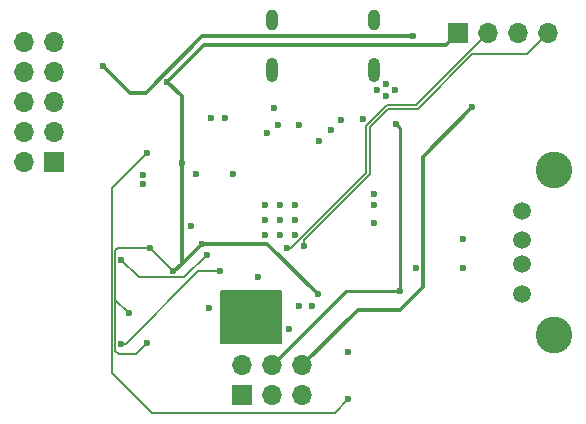
<source format=gbl>
G04 #@! TF.GenerationSoftware,KiCad,Pcbnew,7.0.2-0*
G04 #@! TF.CreationDate,2023-04-30T22:25:47-07:00*
G04 #@! TF.ProjectId,babelfish,62616265-6c66-4697-9368-2e6b69636164,REV1*
G04 #@! TF.SameCoordinates,Original*
G04 #@! TF.FileFunction,Copper,L4,Bot*
G04 #@! TF.FilePolarity,Positive*
%FSLAX46Y46*%
G04 Gerber Fmt 4.6, Leading zero omitted, Abs format (unit mm)*
G04 Created by KiCad (PCBNEW 7.0.2-0) date 2023-04-30 22:25:47*
%MOMM*%
%LPD*%
G01*
G04 APERTURE LIST*
G04 #@! TA.AperFunction,ComponentPad*
%ADD10O,1.000000X2.100000*%
G04 #@! TD*
G04 #@! TA.AperFunction,ComponentPad*
%ADD11O,1.000000X1.800000*%
G04 #@! TD*
G04 #@! TA.AperFunction,ComponentPad*
%ADD12R,1.700000X1.700000*%
G04 #@! TD*
G04 #@! TA.AperFunction,ComponentPad*
%ADD13O,1.700000X1.700000*%
G04 #@! TD*
G04 #@! TA.AperFunction,ComponentPad*
%ADD14C,0.600000*%
G04 #@! TD*
G04 #@! TA.AperFunction,ComponentPad*
%ADD15C,1.500000*%
G04 #@! TD*
G04 #@! TA.AperFunction,ComponentPad*
%ADD16C,3.100000*%
G04 #@! TD*
G04 #@! TA.AperFunction,ViaPad*
%ADD17C,0.600000*%
G04 #@! TD*
G04 #@! TA.AperFunction,Conductor*
%ADD18C,0.254000*%
G04 #@! TD*
G04 #@! TA.AperFunction,Conductor*
%ADD19C,0.150000*%
G04 #@! TD*
G04 #@! TA.AperFunction,Conductor*
%ADD20C,0.300000*%
G04 #@! TD*
G04 APERTURE END LIST*
D10*
X114900000Y-76080086D03*
D11*
X114900000Y-71900000D03*
X106259919Y-71900000D03*
D10*
X106259919Y-76080086D03*
D12*
X87787500Y-83887000D03*
D13*
X85247500Y-83887000D03*
X87787500Y-81347000D03*
X85247500Y-81347000D03*
X87787500Y-78807000D03*
X85247500Y-78807000D03*
X87787500Y-76267000D03*
X85247500Y-76267000D03*
X87787500Y-73727000D03*
X85247500Y-73727000D03*
D12*
X103700000Y-103650000D03*
D13*
X103700000Y-101110000D03*
X106240000Y-103650000D03*
X106240000Y-101110000D03*
X108780000Y-103650000D03*
X108780000Y-101110000D03*
D12*
X122000000Y-73000000D03*
D13*
X124540000Y-73000000D03*
X127080000Y-73000000D03*
X129620000Y-73000000D03*
D14*
X105625000Y-87562500D03*
X105625000Y-88837500D03*
X105625000Y-90112500D03*
X106900000Y-87562500D03*
X106900000Y-88837500D03*
X106900000Y-90112500D03*
X108175000Y-87562500D03*
X108175000Y-88837500D03*
X108175000Y-90112500D03*
D15*
X127439200Y-95041600D03*
X127439200Y-92541600D03*
X127439200Y-90541600D03*
X127439200Y-88041600D03*
D16*
X130149200Y-98541600D03*
X130149200Y-84541600D03*
D17*
X108500000Y-80750000D03*
X106400000Y-79350000D03*
X109600000Y-96050000D03*
X107650000Y-98000000D03*
X101100000Y-80200000D03*
X99841300Y-84953800D03*
X112109500Y-80331000D03*
X100950000Y-96250000D03*
X108550000Y-96050000D03*
X115919500Y-77283000D03*
X116681500Y-77791000D03*
X110250000Y-82100000D03*
X102965500Y-84953800D03*
X114900000Y-86650000D03*
X105800000Y-81450000D03*
X99350000Y-89350000D03*
X122400000Y-92889200D03*
X102300000Y-80200000D03*
X112700000Y-100000000D03*
X115919500Y-78299000D03*
X118400000Y-92900000D03*
X114900000Y-89050000D03*
X115157500Y-77791000D03*
X122400000Y-90389200D03*
X95345500Y-85030000D03*
X95345500Y-85792000D03*
X111250000Y-81150000D03*
X105050000Y-93600000D03*
X114900000Y-87550000D03*
X113950000Y-80300000D03*
X106750000Y-80750000D03*
X117100000Y-94800000D03*
X116750000Y-80700000D03*
X100350000Y-90800000D03*
X94150000Y-96720000D03*
X98600000Y-83950000D03*
X95900000Y-91170000D03*
X110150000Y-95100000D03*
X95650000Y-99220000D03*
X97900000Y-93150000D03*
X97350000Y-77100000D03*
X112700000Y-104000000D03*
X95650000Y-83150000D03*
X108950000Y-91050000D03*
X107550000Y-91150000D03*
X100750000Y-91750000D03*
X93500000Y-92170000D03*
X101850000Y-93150000D03*
X93500000Y-99270000D03*
X118150000Y-73250000D03*
X123200000Y-79250000D03*
X91950000Y-75800000D03*
D18*
X112550000Y-94800000D02*
X106240000Y-101110000D01*
X117100000Y-81050000D02*
X116750000Y-80700000D01*
X117100000Y-94800000D02*
X112550000Y-94800000D01*
X117100000Y-94800000D02*
X117100000Y-81050000D01*
D19*
X92975000Y-95931000D02*
X92975000Y-95650000D01*
X94150000Y-96720000D02*
X92975000Y-95545000D01*
X93282537Y-100181000D02*
X92975000Y-99873463D01*
X97900000Y-93150000D02*
X97880000Y-93150000D01*
D20*
X100300000Y-90800000D02*
X98600000Y-92500000D01*
X97900000Y-93150000D02*
X97900000Y-93200000D01*
X122000000Y-73000000D02*
X121000000Y-74000000D01*
D19*
X92975000Y-95545000D02*
X92975000Y-94400000D01*
X95900000Y-91170000D02*
X93180000Y-91170000D01*
X95650000Y-99220000D02*
X94689000Y-100181000D01*
D20*
X105850000Y-90800000D02*
X100300000Y-90800000D01*
D19*
X92975000Y-91375000D02*
X92975000Y-94400000D01*
D20*
X97950000Y-93150000D02*
X97900000Y-93150000D01*
D19*
X97880000Y-93150000D02*
X95900000Y-91170000D01*
X93180000Y-91170000D02*
X92975000Y-91375000D01*
X97800000Y-93250000D02*
X97900000Y-93150000D01*
X92975000Y-99873463D02*
X92975000Y-95650000D01*
D20*
X98600000Y-92500000D02*
X97950000Y-93150000D01*
X121000000Y-74000000D02*
X100450000Y-74000000D01*
D19*
X94689000Y-100181000D02*
X93900000Y-100181000D01*
D20*
X110150000Y-95100000D02*
X105850000Y-90800000D01*
X98600000Y-78350000D02*
X98600000Y-83950000D01*
D19*
X92975000Y-95650000D02*
X92975000Y-94400000D01*
D20*
X100450000Y-74000000D02*
X97350000Y-77100000D01*
X97900000Y-93200000D02*
X97850000Y-93250000D01*
X97350000Y-77100000D02*
X98600000Y-78350000D01*
D19*
X93900000Y-100181000D02*
X93282537Y-100181000D01*
D20*
X98600000Y-83950000D02*
X98600000Y-92500000D01*
D19*
X92675000Y-101749264D02*
X92675000Y-86125000D01*
X96075736Y-105150000D02*
X92675000Y-101749264D01*
X109850000Y-105150000D02*
X109500000Y-105150000D01*
X92675000Y-86125000D02*
X95650000Y-83150000D01*
X95650000Y-83150000D02*
X95550000Y-83150000D01*
X111550000Y-105150000D02*
X112700000Y-104000000D01*
X109500000Y-105150000D02*
X111550000Y-105150000D01*
X109500000Y-105150000D02*
X96075736Y-105150000D01*
X114500000Y-84954227D02*
X114500000Y-80974264D01*
X116074264Y-79400000D02*
X118564264Y-79400000D01*
X123214264Y-74750000D02*
X127870000Y-74750000D01*
X108950000Y-91050000D02*
X108950000Y-90504227D01*
X118564264Y-79400000D02*
X123214264Y-74750000D01*
X114500000Y-80974264D02*
X116074264Y-79400000D01*
X127870000Y-74750000D02*
X129620000Y-73000000D01*
X108950000Y-90504227D02*
X114500000Y-84954227D01*
X124540000Y-73000000D02*
X118440000Y-79100000D01*
X118440000Y-79100000D02*
X115950000Y-79100000D01*
X115950000Y-79100000D02*
X114200000Y-80850000D01*
X114200000Y-80850000D02*
X114200000Y-84829963D01*
X114200000Y-84829963D02*
X107879963Y-91150000D01*
X107879963Y-91150000D02*
X107550000Y-91150000D01*
X93500000Y-92170000D02*
X95005000Y-93675000D01*
X98825000Y-93675000D02*
X100750000Y-91750000D01*
X95005000Y-93675000D02*
X95950000Y-93675000D01*
X95950000Y-93675000D02*
X98825000Y-93675000D01*
X93500000Y-99270000D02*
X93886000Y-99270000D01*
X93886000Y-99270000D02*
X100006000Y-93150000D01*
X101850000Y-93150000D02*
X100006000Y-93150000D01*
D20*
X119000000Y-94500000D02*
X117100000Y-96400000D01*
X95551471Y-78050000D02*
X94200000Y-78050000D01*
X123200000Y-79250000D02*
X119000000Y-83450000D01*
X113490000Y-96400000D02*
X108780000Y-101110000D01*
X100351471Y-73250000D02*
X95551471Y-78050000D01*
X94200000Y-78050000D02*
X91950000Y-75800000D01*
X119000000Y-83450000D02*
X119000000Y-94500000D01*
X117100000Y-96400000D02*
X113490000Y-96400000D01*
X118150000Y-73250000D02*
X100351471Y-73250000D01*
G04 #@! TA.AperFunction,NonConductor*
G36*
X107043039Y-94769685D02*
G01*
X107088794Y-94822489D01*
X107100000Y-94874000D01*
X107099999Y-97951995D01*
X107098938Y-97968178D01*
X107094749Y-97999996D01*
X107098939Y-98031817D01*
X107100000Y-98048003D01*
X107100000Y-99226000D01*
X107080315Y-99293039D01*
X107027511Y-99338794D01*
X106976000Y-99350000D01*
X101974000Y-99350000D01*
X101906961Y-99330315D01*
X101861206Y-99277511D01*
X101850000Y-99226000D01*
X101850000Y-94874000D01*
X101869685Y-94806961D01*
X101922489Y-94761206D01*
X101974000Y-94750000D01*
X106976000Y-94750000D01*
X107043039Y-94769685D01*
G37*
G04 #@! TD.AperFunction*
M02*

</source>
